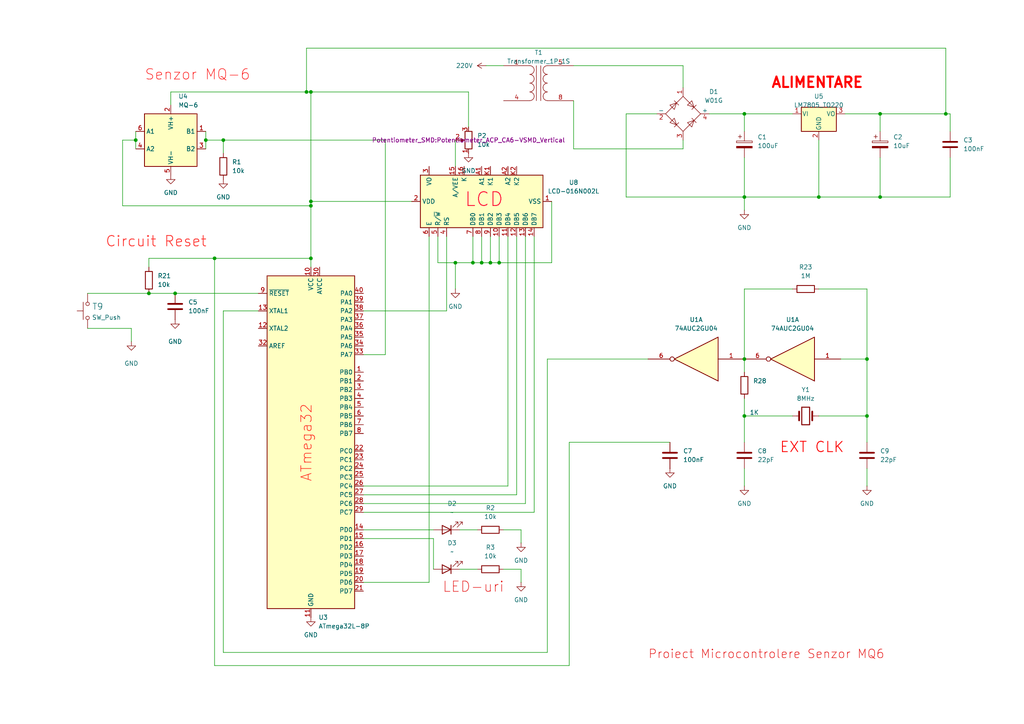
<source format=kicad_sch>
(kicad_sch (version 20231120) (generator "eeschema") (generator_version "8.0")
  (paper "A4")
  (lib_symbols
    (symbol "74xGxx:74AUC2GU04"
      (property "Reference" "U" (at -2.54 3.81 0))
      (property "Value" "74AUC2GU04" (at 0 -3.81 0))
      (symbol "74AUC2GU04_1_1"
        (polyline (pts (xy -7.62 6.35) (xy -7.62 -6.35) (xy 5.08 0) (xy -7.62 6.35)) (stroke (width 0.254)) (fill (type background)))
        (pin input line (at -15.24 0 0) (length 7.62) (name "~") (number "1"))
        (pin output inverted (at 12.7 0 180) (length 7.62) (name "~") (number "6"))
      )
      (symbol "74AUC2GU04_2_1"
        (polyline (pts (xy -7.62 6.35) (xy -7.62 -6.35) (xy 5.08 0) (xy -7.62 6.35)) (stroke (width 0.254)) (fill (type background)))
        (pin input line (at -15.24 0 0) (length 7.62) (name "~") (number "3"))
        (pin output inverted (at 12.7 0 180) (length 7.62) (name "~") (number "4"))
      )
      (symbol "74AUC2GU04_3_0"
        (rectangle (start -5.08 -5.08) (end 5.08 5.08) (stroke (width 0.254)) (fill (type background)))
      )
      (symbol "74AUC2GU04_3_1"
        (pin power_in line (at 0 -10.16 90) (length 5.08) (name "GND") (number "2"))
        (pin power_in line (at 0 10.16 270) (length 5.08) (name "VCC") (number "5"))
      )
    )
    (symbol "Device:C" (pin_numbers hide) (pin_names (offset 0.254))
      (property "Reference" "C" (at 0.635 2.54 0))
      (property "Value" "C" (at 0.635 -2.54 0))
      (symbol "C_0_1"
        (polyline (pts (xy -2.032 -0.762) (xy 2.032 -0.762)) (stroke (width 0.508)))
        (polyline (pts (xy -2.032 0.762) (xy 2.032 0.762)) (stroke (width 0.508)))
      )
      (symbol "C_1_1"
        (pin passive line (at 0 3.81 270) (length 2.794) (name "~") (number "1"))
        (pin passive line (at 0 -3.81 90) (length 2.794) (name "~") (number "2"))
      )
    )
    (symbol "Device:C_Polarized" (pin_numbers hide) (pin_names (offset 0.254))
      (property "Reference" "C" (at 0.635 2.54 0))
      (property "Value" "C_Polarized" (at 0.635 -2.54 0))
      (symbol "C_Polarized_0_1"
        (rectangle (start -2.286 0.508) (end 2.286 1.016))
        (polyline (pts (xy -1.778 2.286) (xy -0.762 2.286)))
        (polyline (pts (xy -1.27 2.794) (xy -1.27 1.778)))
        (rectangle (start 2.286 -0.508) (end -2.286 -1.016) (fill (type outline)))
      )
      (symbol "C_Polarized_1_1"
        (pin passive line (at 0 3.81 270) (length 2.794) (name "~") (number "1"))
        (pin passive line (at 0 -3.81 90) (length 2.794) (name "~") (number "2"))
      )
    )
    (symbol "Device:Crystal" (pin_numbers hide) (pin_names (offset 1.016) hide)
      (property "Reference" "Y" (at 0 3.81 0))
      (property "Value" "Crystal" (at 0 -3.81 0))
      (symbol "Crystal_0_1"
        (rectangle (start -1.143 2.54) (end 1.143 -2.54) (stroke (width 0.3048)))
        (polyline (pts (xy -2.54 0) (xy -1.905 0)))
        (polyline (pts (xy -1.905 -1.27) (xy -1.905 1.27)) (stroke (width 0.508)))
        (polyline (pts (xy 1.905 -1.27) (xy 1.905 1.27)) (stroke (width 0.508)))
        (polyline (pts (xy 2.54 0) (xy 1.905 0)))
      )
      (symbol "Crystal_1_1"
        (pin passive line (at -3.81 0 0) (length 1.27) (name "1") (number "1"))
        (pin passive line (at 3.81 0 180) (length 1.27) (name "2") (number "2"))
      )
    )
    (symbol "Device:LED" (pin_numbers hide) (pin_names (offset 1.016) hide)
      (property "Reference" "D" (at 0 2.54 0))
      (property "Value" "LED" (at 0 -2.54 0))
      (symbol "LED_0_1"
        (polyline (pts (xy -1.27 -1.27) (xy -1.27 1.27)) (stroke (width 0.254)))
        (polyline (pts (xy -1.27 0) (xy 1.27 0)))
        (polyline (pts (xy 1.27 -1.27) (xy 1.27 1.27) (xy -1.27 0) (xy 1.27 -1.27)) (stroke (width 0.254)))
        (polyline (pts (xy -3.048 -0.762) (xy -4.572 -2.286) (xy -3.81 -2.286) (xy -4.572 -2.286) (xy -4.572 -1.524)))
        (polyline (pts (xy -1.778 -0.762) (xy -3.302 -2.286) (xy -2.54 -2.286) (xy -3.302 -2.286) (xy -3.302 -1.524)))
      )
      (symbol "LED_1_1"
        (pin passive line (at -3.81 0 0) (length 2.54) (name "K") (number "1"))
        (pin passive line (at 3.81 0 180) (length 2.54) (name "A") (number "2"))
      )
    )
    (symbol "Device:R" (pin_numbers hide) (pin_names (offset 0))
      (property "Reference" "R" (at 2.032 0 90))
      (property "Value" "R" (at 0 0 90))
      (symbol "R_0_1"
        (rectangle (start -1.016 -2.54) (end 1.016 2.54) (stroke (width 0.254)))
      )
      (symbol "R_1_1"
        (pin passive line (at 0 3.81 270) (length 1.27) (name "~") (number "1"))
        (pin passive line (at 0 -3.81 90) (length 1.27) (name "~") (number "2"))
      )
    )
    (symbol "Device:R_Potentiometer" (pin_names (offset 1.016) hide)
      (property "Reference" "RV" (at -4.445 0 90))
      (property "Value" "R_Potentiometer" (at -2.54 0 90))
      (symbol "R_Potentiometer_0_1"
        (polyline (pts (xy 2.54 0) (xy 1.524 0)))
        (polyline (pts (xy 1.143 0) (xy 2.286 0.508) (xy 2.286 -0.508) (xy 1.143 0)) (fill (type outline)))
        (rectangle (start 1.016 2.54) (end -1.016 -2.54) (stroke (width 0.254)))
      )
      (symbol "R_Potentiometer_1_1"
        (pin passive line (at 0 3.81 270) (length 1.27) (name "1") (number "1"))
        (pin passive line (at 3.81 0 180) (length 1.27) (name "2") (number "2"))
        (pin passive line (at 0 -3.81 90) (length 1.27) (name "3") (number "3"))
      )
    )
    (symbol "Device:Transformer_1P_1S" (pin_names (offset 1.016) hide)
      (property "Reference" "T1" (at 0.0127 8.89 0))
      (property "Value" "Transformer_1P_1S" (at 0.0127 6.35 0))
      (symbol "Transformer_1P_1S_0_1"
        (arc (start -2.54 -5.0546) (mid -1.6599 -4.6901) (end -1.27 -3.81))
        (arc (start -2.54 -2.5146) (mid -1.6599 -2.1501) (end -1.27 -1.27))
        (arc (start -2.54 0.0254) (mid -1.6599 0.3899) (end -1.27 1.27))
        (arc (start -2.54 2.5654) (mid -1.6599 2.9299) (end -1.27 3.81))
        (arc (start -1.27 -3.81) (mid -1.642 -2.912) (end -2.54 -2.54))
        (arc (start -1.27 -1.27) (mid -1.642 -0.372) (end -2.54 0))
        (arc (start -1.27 1.27) (mid -1.642 2.168) (end -2.54 2.54))
        (arc (start -1.27 3.81) (mid -1.642 4.708) (end -2.54 5.08))
        (polyline (pts (xy -0.635 5.08) (xy -0.635 -5.08)))
        (polyline (pts (xy 0.635 -5.08) (xy 0.635 5.08)))
        (arc (start 1.2954 -1.27) (mid 1.6599 -2.1501) (end 2.54 -2.5146))
        (arc (start 1.2954 1.27) (mid 1.6599 0.3899) (end 2.54 0.0254))
        (arc (start 1.2954 3.81) (mid 1.6599 2.9299) (end 2.54 2.5654))
        (arc (start 1.3208 -3.81) (mid 1.6853 -4.6901) (end 2.5654 -5.0546))
        (arc (start 2.54 0) (mid 1.642 -0.372) (end 1.2954 -1.27))
        (arc (start 2.54 2.54) (mid 1.642 2.168) (end 1.2954 1.27))
        (arc (start 2.54 5.08) (mid 1.642 4.708) (end 1.2954 3.81))
        (arc (start 2.5654 -2.54) (mid 1.6674 -2.912) (end 1.3208 -3.81))
      )
      (symbol "Transformer_1P_1S_1_1"
        (pin passive line (at -10.16 5.08 0) (length 7.62) (name "AA") (number "1"))
        (pin passive line (at -10.16 -5.08 0) (length 7.62) (name "AB") (number "4"))
        (pin passive line (at 10.16 5.08 180) (length 7.62) (name "SB") (number "5"))
        (pin passive line (at 10.16 -5.08 180) (length 7.62) (name "SA") (number "8"))
      )
    )
    (symbol "Diode_Bridge:W01G" (pin_names (offset 0))
      (property "Reference" "D1" (at 4.9532 -8.89 90))
      (property "Value" "W01G" (at 2.4132 -8.89 90))
      (symbol "W01G_0_1"
        (polyline (pts (xy -20.32 22.86) (xy -19.05 21.59)))
        (polyline (pts (xy -19.05 16.51) (xy -20.32 15.24)))
        (polyline (pts (xy -15.24 17.78) (xy -13.97 16.51)))
        (polyline (pts (xy -15.24 20.32) (xy -13.97 21.59)))
        (polyline (pts (xy -21.59 21.59) (xy -20.32 20.32) (xy -19.685 22.225) (xy -21.59 21.59)))
        (polyline (pts (xy -20.32 17.78) (xy -21.59 16.51) (xy -19.685 15.875) (xy -20.32 17.78)))
        (polyline (pts (xy -16.51 21.59) (xy -15.24 22.86) (xy -14.605 20.955) (xy -16.51 21.59)))
        (polyline (pts (xy -14.605 17.145) (xy -16.51 16.51) (xy -15.24 15.24) (xy -14.605 17.145)))
        (polyline (pts (xy -22.86 19.05) (xy -17.78 13.97) (xy -12.7 19.05) (xy -17.78 24.13) (xy -22.86 19.05)))
      )
      (symbol "W01G_1_1"
        (pin passive line (at -17.78 26.67 270) (length 2.54) (name "~") (number "1"))
        (pin passive line (at -25.4 19.05 0) (length 2.54) (name "-") (number "2"))
        (pin passive line (at -17.78 11.43 90) (length 2.54) (name "~") (number "3"))
        (pin passive line (at -10.16 19.05 180) (length 2.54) (name "+") (number "4"))
      )
    )
    (symbol "Display_Character:LCD-016N002L"
      (property "Reference" "U" (at -6.35 18.796 0))
      (property "Value" "LCD-016N002L" (at 8.636 18.796 0))
      (symbol "LCD-016N002L_1_1"
        (rectangle (start -7.62 17.78) (end 7.62 -17.78) (stroke (width 0.254)) (fill (type background)))
        (pin power_in line (at 0 -20.32 90) (length 2.54) (name "VSS") (number "1"))
        (pin bidirectional line (at -10.16 -5.08 0) (length 2.54) (name "DB3") (number "10"))
        (pin bidirectional line (at -10.16 -7.62 0) (length 2.54) (name "DB4") (number "11"))
        (pin bidirectional line (at -10.16 -10.16 0) (length 2.54) (name "DB5") (number "12"))
        (pin bidirectional line (at -10.16 -12.7 0) (length 2.54) (name "DB6") (number "13"))
        (pin bidirectional line (at -10.16 -15.24 0) (length 2.54) (name "DB7") (number "14"))
        (pin power_in line (at 10.16 7.62 180) (length 2.54) (name "A/VEE") (number "15"))
        (pin power_in line (at 10.16 5.08 180) (length 2.54) (name "K") (number "16"))
        (pin power_in line (at 0 20.32 270) (length 2.54) (name "VDD") (number "2"))
        (pin input line (at 10.16 15.24 180) (length 2.54) (name "VO") (number "3"))
        (pin input line (at -10.16 10.16 0) (length 2.54) (name "RS") (number "4"))
        (pin input line (at -10.16 12.7 0) (length 2.54) (name "R/~{W}") (number "5"))
        (pin input line (at -10.16 15.24 0) (length 2.54) (name "E") (number "6"))
        (pin bidirectional line (at -10.16 2.54 0) (length 2.54) (name "DB0") (number "7"))
        (pin bidirectional line (at -10.16 0 0) (length 2.54) (name "DB1") (number "8"))
        (pin bidirectional line (at -10.16 -2.54 0) (length 2.54) (name "DB2") (number "9"))
        (pin power_in line (at 10.16 0 180) (length 2.54) (name "A1") (number "A1"))
        (pin power_in line (at 10.16 -7.62 180) (length 2.54) (name "A2") (number "A2"))
        (pin power_in line (at 10.16 -2.54 180) (length 2.54) (name "K1") (number "K1"))
        (pin power_in line (at 10.16 -10.16 180) (length 2.54) (name "K2") (number "K2"))
      )
    )
    (symbol "MCU_Microchip_ATmega:ATmega32L-8P"
      (property "Reference" "U" (at -12.7 49.53 0))
      (property "Value" "ATmega32L-8P" (at 2.54 -49.53 0))
      (symbol "ATmega32L-8P_0_1"
        (rectangle (start -12.7 -48.26) (end 12.7 48.26) (stroke (width 0.254)) (fill (type background)))
      )
      (symbol "ATmega32L-8P_1_1"
        (pin bidirectional line (at 15.24 20.32 180) (length 2.54) (name "PB0") (number "1"))
        (pin power_in line (at 0 50.8 270) (length 2.54) (name "VCC") (number "10"))
        (pin power_in line (at 0 -50.8 90) (length 2.54) (name "GND") (number "11"))
        (pin output line (at -15.24 33.02 0) (length 2.54) (name "XTAL2") (number "12"))
        (pin input line (at -15.24 38.1 0) (length 2.54) (name "XTAL1") (number "13"))
        (pin bidirectional line (at 15.24 -25.4 180) (length 2.54) (name "PD0") (number "14"))
        (pin bidirectional line (at 15.24 -27.94 180) (length 2.54) (name "PD1") (number "15"))
        (pin bidirectional line (at 15.24 -30.48 180) (length 2.54) (name "PD2") (number "16"))
        (pin bidirectional line (at 15.24 -33.02 180) (length 2.54) (name "PD3") (number "17"))
        (pin bidirectional line (at 15.24 -35.56 180) (length 2.54) (name "PD4") (number "18"))
        (pin bidirectional line (at 15.24 -38.1 180) (length 2.54) (name "PD5") (number "19"))
        (pin bidirectional line (at 15.24 17.78 180) (length 2.54) (name "PB1") (number "2"))
        (pin bidirectional line (at 15.24 -40.64 180) (length 2.54) (name "PD6") (number "20"))
        (pin bidirectional line (at 15.24 -43.18 180) (length 2.54) (name "PD7") (number "21"))
        (pin bidirectional line (at 15.24 -2.54 180) (length 2.54) (name "PC0") (number "22"))
        (pin bidirectional line (at 15.24 -5.08 180) (length 2.54) (name "PC1") (number "23"))
        (pin bidirectional line (at 15.24 -7.62 180) (length 2.54) (name "PC2") (number "24"))
        (pin bidirectional line (at 15.24 -10.16 180) (length 2.54) (name "PC3") (number "25"))
        (pin bidirectional line (at 15.24 -12.7 180) (length 2.54) (name "PC4") (number "26"))
        (pin bidirectional line (at 15.24 -15.24 180) (length 2.54) (name "PC5") (number "27"))
        (pin bidirectional line (at 15.24 -17.78 180) (length 2.54) (name "PC6") (number "28"))
        (pin bidirectional line (at 15.24 -20.32 180) (length 2.54) (name "PC7") (number "29"))
        (pin bidirectional line (at 15.24 15.24 180) (length 2.54) (name "PB2") (number "3"))
        (pin power_in line (at 2.54 50.8 270) (length 2.54) (name "AVCC") (number "30"))
        (pin passive line (at 0 -50.8 90) (length 2.54) hide (name "GND") (number "31"))
        (pin passive line (at -15.24 27.94 0) (length 2.54) (name "AREF") (number "32"))
        (pin bidirectional line (at 15.24 25.4 180) (length 2.54) (name "PA7") (number "33"))
        (pin bidirectional line (at 15.24 27.94 180) (length 2.54) (name "PA6") (number "34"))
        (pin bidirectional line (at 15.24 30.48 180) (length 2.54) (name "PA5") (number "35"))
        (pin bidirectional line (at 15.24 33.02 180) (length 2.54) (name "PA4") (number "36"))
        (pin bidirectional line (at 15.24 35.56 180) (length 2.54) (name "PA3") (number "37"))
        (pin bidirectional line (at 15.24 38.1 180) (length 2.54) (name "PA2") (number "38"))
        (pin bidirectional line (at 15.24 40.64 180) (length 2.54) (name "PA1") (number "39"))
        (pin bidirectional line (at 15.24 12.7 180) (length 2.54) (name "PB3") (number "4"))
        (pin bidirectional line (at 15.24 43.18 180) (length 2.54) (name "PA0") (number "40"))
        (pin bidirectional line (at 15.24 10.16 180) (length 2.54) (name "PB4") (number "5"))
        (pin bidirectional line (at 15.24 7.62 180) (length 2.54) (name "PB5") (number "6"))
        (pin bidirectional line (at 15.24 5.08 180) (length 2.54) (name "PB6") (number "7"))
        (pin bidirectional line (at 15.24 2.54 180) (length 2.54) (name "PB7") (number "8"))
        (pin input line (at -15.24 43.18 0) (length 2.54) (name "~{RESET}") (number "9"))
      )
    )
    (symbol "Regulator_Linear:LM7805_TO220" (pin_names (offset 0.254))
      (property "Reference" "U" (at -3.81 3.175 0))
      (property "Value" "LM7805_TO220" (at 0 3.175 0))
      (symbol "LM7805_TO220_0_1"
        (rectangle (start -5.08 1.905) (end 5.08 -5.08) (stroke (width 0.254)) (fill (type background)))
      )
      (symbol "LM7805_TO220_1_1"
        (pin power_in line (at -7.62 0 0) (length 2.54) (name "VI") (number "1"))
        (pin power_in line (at 0 -7.62 90) (length 2.54) (name "GND") (number "2"))
        (pin power_out line (at 7.62 0 180) (length 2.54) (name "VO") (number "3"))
      )
    )
    (symbol "Sensor_Gas:MQ-6"
      (property "Reference" "U" (at -6.35 8.89 0))
      (property "Value" "MQ-6" (at 3.81 8.89 0))
      (symbol "MQ-6_0_1"
        (rectangle (start -7.62 7.62) (end 7.62 -7.62) (stroke (width 0.254)) (fill (type background)))
      )
      (symbol "MQ-6_1_1"
        (pin passive line (at 10.16 2.54 180) (length 2.54) (name "B1") (number "1"))
        (pin power_in line (at 0 10.16 270) (length 2.54) (name "VH+") (number "2"))
        (pin passive line (at 10.16 -2.54 180) (length 2.54) (name "B2") (number "3"))
        (pin passive line (at -10.16 -2.54 0) (length 2.54) (name "A2") (number "4"))
        (pin power_in line (at 0 -10.16 90) (length 2.54) (name "VH-") (number "5"))
        (pin passive line (at -10.16 2.54 0) (length 2.54) (name "A1") (number "6"))
      )
    )
    (symbol "Switch:SW_Push" (pin_numbers hide) (pin_names (offset 1.016) hide)
      (property "Reference" "SW" (at 1.27 2.54 0))
      (property "Value" "SW_Push" (at 0 -1.524 0))
      (symbol "SW_Push_0_1"
        (circle (center -2.032 0) (radius 0.508))
        (polyline (pts (xy 0 1.27) (xy 0 3.048)))
        (polyline (pts (xy 2.54 1.27) (xy -2.54 1.27)))
        (circle (center 2.032 0) (radius 0.508))
        (pin passive line (at -5.08 0 0) (length 2.54) (name "1") (number "1"))
        (pin passive line (at 5.08 0 180) (length 2.54) (name "2") (number "2"))
      )
    )
    (symbol "power:GND" (power) (pin_numbers hide) (pin_names (offset 0) hide)
      (property "Value" "GND" (at 0 -3.81 0))
      (symbol "GND_0_1"
        (polyline (pts (xy 0 0) (xy 0 -1.27) (xy 1.27 -1.27) (xy 0 -2.54) (xy -1.27 -1.27) (xy 0 -1.27)))
      )
      (symbol "GND_1_1"
        (pin power_in line (at 0 0 270) (length 0) (name "~") (number "1"))
      )
    )
    (symbol "power:VCC" (power) (pin_numbers hide) (pin_names (offset 0) hide)
      (property "Value" "VCC" (at 0 3.556 0))
      (symbol "VCC_0_1"
        (polyline (pts (xy -0.762 1.27) (xy 0 2.54)))
        (polyline (pts (xy 0 0) (xy 0 2.54)))
        (polyline (pts (xy 0 2.54) (xy 0.762 1.27)))
      )
      (symbol "VCC_1_1"
        (pin power_in line (at 0 0 90) (length 0) (name "~") (number "1"))
      )
    )
  )
  (junction (at 90.17 59.69))
  (junction (at 251.46 104.14))
  (junction (at 215.9 104.14))
  (junction (at 144.78 76.2))
  (junction (at 215.9 120.65))
  (junction (at 59.69 40.64))
  (junction (at 50.8 85.09))
  (junction (at 255.27 57.15))
  (junction (at 139.7 76.2))
  (junction (at 43.18 85.09))
  (junction (at 255.27 33.02))
  (junction (at 90.17 26.67))
  (junction (at 62.23 74.93))
  (junction (at 88.9 26.67))
  (junction (at 90.17 58.42))
  (junction (at 237.49 57.15))
  (junction (at 274.32 33.02))
  (junction (at 137.16 76.2))
  (junction (at 142.24 76.2))
  (junction (at 215.9 33.02))
  (junction (at 90.17 74.93))
  (junction (at 39.37 40.64))
  (junction (at 215.9 57.15))
  (junction (at 132.08 76.2))
  (junction (at 64.77 40.64))
  (junction (at 251.46 120.65))
  (wire (pts (xy 149.86 143.51) (xy 105.41 143.51)))
  (wire (pts (xy 43.18 74.93) (xy 43.18 77.47)))
  (wire (pts (xy 142.24 76.2) (xy 144.78 76.2)))
  (wire (pts (xy 198.12 25.4) (xy 198.12 19.05)))
  (wire (pts (xy 39.37 40.64) (xy 35.56 40.64)))
  (wire (pts (xy 35.56 59.69) (xy 90.17 59.69)))
  (wire (pts (xy 140.97 19.05) (xy 146.05 19.05)))
  (wire (pts (xy 215.9 104.14) (xy 215.9 83.82)))
  (wire (pts (xy 90.17 26.67) (xy 90.17 58.42)))
  (wire (pts (xy 147.32 68.58) (xy 147.32 140.97)))
  (wire (pts (xy 135.89 26.67) (xy 135.89 36.83)))
  (wire (pts (xy 149.86 68.58) (xy 149.86 143.51)))
  (wire (pts (xy 215.9 33.02) (xy 215.9 38.1)))
  (wire (pts (xy 165.1 128.27) (xy 165.1 193.04)))
  (wire (pts (xy 275.59 57.15) (xy 255.27 57.15)))
  (wire (pts (xy 237.49 83.82) (xy 251.46 83.82)))
  (wire (pts (xy 90.17 74.93) (xy 90.17 77.47)))
  (wire (pts (xy 137.16 68.58) (xy 137.16 76.2)))
  (wire (pts (xy 251.46 104.14) (xy 251.46 120.65)))
  (wire (pts (xy 165.1 193.04) (xy 62.23 193.04)))
  (wire (pts (xy 137.16 76.2) (xy 139.7 76.2)))
  (wire (pts (xy 35.56 40.64) (xy 35.56 59.69)))
  (wire (pts (xy 158.75 189.23) (xy 158.75 104.14)))
  (wire (pts (xy 274.32 33.02) (xy 275.59 33.02)))
  (wire (pts (xy 90.17 58.42) (xy 90.17 59.69)))
  (wire (pts (xy 124.46 68.58) (xy 124.46 168.91)))
  (wire (pts (xy 135.89 26.67) (xy 90.17 26.67)))
  (wire (pts (xy 215.9 135.89) (xy 215.9 140.97)))
  (wire (pts (xy 39.37 38.1) (xy 39.37 40.64)))
  (wire (pts (xy 62.23 74.93) (xy 90.17 74.93)))
  (wire (pts (xy 43.18 85.09) (xy 50.8 85.09)))
  (wire (pts (xy 215.9 120.65) (xy 215.9 128.27)))
  (wire (pts (xy 198.12 19.05) (xy 166.37 19.05)))
  (wire (pts (xy 255.27 45.72) (xy 255.27 57.15)))
  (wire (pts (xy 181.61 33.02) (xy 181.61 57.15)))
  (wire (pts (xy 251.46 83.82) (xy 251.46 104.14)))
  (wire (pts (xy 132.08 76.2) (xy 137.16 76.2)))
  (wire (pts (xy 127 68.58) (xy 127 76.2)))
  (wire (pts (xy 133.35 153.67) (xy 138.43 153.67)))
  (wire (pts (xy 88.9 26.67) (xy 88.9 13.97)))
  (wire (pts (xy 90.17 26.67) (xy 88.9 26.67)))
  (wire (pts (xy 245.11 33.02) (xy 255.27 33.02)))
  (wire (pts (xy 111.76 102.87) (xy 105.41 102.87)))
  (wire (pts (xy 90.17 59.69) (xy 90.17 74.93)))
  (wire (pts (xy 142.24 68.58) (xy 142.24 76.2)))
  (wire (pts (xy 275.59 45.72) (xy 275.59 57.15)))
  (wire (pts (xy 43.18 74.93) (xy 62.23 74.93)))
  (wire (pts (xy 146.05 153.67) (xy 151.13 153.67)))
  (wire (pts (xy 255.27 57.15) (xy 237.49 57.15)))
  (wire (pts (xy 129.54 90.17) (xy 105.41 90.17)))
  (wire (pts (xy 59.69 40.64) (xy 64.77 40.64)))
  (wire (pts (xy 152.4 68.58) (xy 152.4 146.05)))
  (wire (pts (xy 147.32 140.97) (xy 105.41 140.97)))
  (wire (pts (xy 38.1 95.25) (xy 38.1 99.06)))
  (wire (pts (xy 111.76 40.64) (xy 111.76 102.87)))
  (wire (pts (xy 139.7 68.58) (xy 139.7 76.2)))
  (wire (pts (xy 215.9 120.65) (xy 229.87 120.65)))
  (wire (pts (xy 144.78 76.2) (xy 160.02 76.2)))
  (wire (pts (xy 125.73 156.21) (xy 125.73 165.1)))
  (wire (pts (xy 151.13 153.67) (xy 151.13 157.48)))
  (wire (pts (xy 90.17 58.42) (xy 119.38 58.42)))
  (wire (pts (xy 144.78 68.58) (xy 144.78 76.2)))
  (wire (pts (xy 215.9 107.95) (xy 215.9 104.14)))
  (wire (pts (xy 59.69 38.1) (xy 59.69 40.64)))
  (wire (pts (xy 64.77 90.17) (xy 74.93 90.17)))
  (wire (pts (xy 237.49 120.65) (xy 251.46 120.65)))
  (wire (pts (xy 154.94 68.58) (xy 154.94 148.59)))
  (wire (pts (xy 133.35 165.1) (xy 138.43 165.1)))
  (wire (pts (xy 64.77 40.64) (xy 64.77 44.45)))
  (wire (pts (xy 105.41 156.21) (xy 125.73 156.21)))
  (wire (pts (xy 198.12 40.64) (xy 198.12 43.18)))
  (wire (pts (xy 215.9 57.15) (xy 237.49 57.15)))
  (wire (pts (xy 64.77 189.23) (xy 64.77 90.17)))
  (wire (pts (xy 64.77 40.64) (xy 111.76 40.64)))
  (wire (pts (xy 275.59 33.02) (xy 275.59 38.1)))
  (wire (pts (xy 151.13 165.1) (xy 151.13 168.91)))
  (wire (pts (xy 129.54 68.58) (xy 129.54 90.17)))
  (wire (pts (xy 255.27 33.02) (xy 274.32 33.02)))
  (wire (pts (xy 255.27 33.02) (xy 255.27 38.1)))
  (wire (pts (xy 25.4 95.25) (xy 38.1 95.25)))
  (wire (pts (xy 139.7 76.2) (xy 142.24 76.2)))
  (wire (pts (xy 105.41 148.59) (xy 154.94 148.59)))
  (wire (pts (xy 50.8 85.09) (xy 74.93 85.09)))
  (wire (pts (xy 215.9 60.96) (xy 215.9 57.15)))
  (wire (pts (xy 105.41 153.67) (xy 125.73 153.67)))
  (wire (pts (xy 215.9 45.72) (xy 215.9 57.15)))
  (wire (pts (xy 198.12 43.18) (xy 166.37 43.18)))
  (wire (pts (xy 190.5 33.02) (xy 181.61 33.02)))
  (wire (pts (xy 251.46 135.89) (xy 251.46 140.97)))
  (wire (pts (xy 215.9 33.02) (xy 229.87 33.02)))
  (wire (pts (xy 243.84 104.14) (xy 251.46 104.14)))
  (wire (pts (xy 274.32 13.97) (xy 274.32 33.02)))
  (wire (pts (xy 251.46 120.65) (xy 251.46 128.27)))
  (wire (pts (xy 181.61 57.15) (xy 215.9 57.15)))
  (wire (pts (xy 152.4 146.05) (xy 105.41 146.05)))
  (wire (pts (xy 158.75 104.14) (xy 187.96 104.14)))
  (wire (pts (xy 194.31 128.27) (xy 165.1 128.27)))
  (wire (pts (xy 158.75 189.23) (xy 64.77 189.23)))
  (wire (pts (xy 237.49 40.64) (xy 237.49 57.15)))
  (wire (pts (xy 215.9 115.57) (xy 215.9 120.65)))
  (wire (pts (xy 59.69 40.64) (xy 59.69 43.18)))
  (wire (pts (xy 25.4 85.09) (xy 43.18 85.09)))
  (wire (pts (xy 88.9 26.67) (xy 49.53 26.67)))
  (wire (pts (xy 62.23 193.04) (xy 62.23 74.93)))
  (wire (pts (xy 132.08 40.64) (xy 132.08 48.26)))
  (wire (pts (xy 127 76.2) (xy 132.08 76.2)))
  (wire (pts (xy 124.46 168.91) (xy 105.41 168.91)))
  (wire (pts (xy 205.74 33.02) (xy 215.9 33.02)))
  (wire (pts (xy 39.37 40.64) (xy 39.37 43.18)))
  (wire (pts (xy 88.9 13.97) (xy 274.32 13.97)))
  (wire (pts (xy 160.02 58.42) (xy 160.02 76.2)))
  (wire (pts (xy 215.9 83.82) (xy 229.87 83.82)))
  (wire (pts (xy 166.37 43.18) (xy 166.37 29.21)))
  (wire (pts (xy 49.53 26.67) (xy 49.53 30.48)))
  (wire (pts (xy 132.08 83.82) (xy 132.08 76.2)))
  (wire (pts (xy 146.05 165.1) (xy 151.13 165.1)))
  (label "ATmega32" (at 91.44 139.7 90) (effects (font (size 3 3))))
  (label "Senzor MQ-6" (at 41.91 24.13 0) (effects (font (size 3 3))))
  (label "Proiect Microcontrolere Senzor MQ6" (at 187.96 191.77 0) (effects (font (size 2.5 2.5))))
  (label "ALIMENTARE " (at 223.52 26.67 0) (effects (font (size 3 3) (thickness 0.6) (bold yes))))
  (label "LCD" (at 134.62 60.96 0) (effects (font (size 4 4) (thickness 0.254) (bold yes))))
  (label "Circuit Reset" (at 30.48 72.39 0) (effects (font (size 3 3) (thickness 0.254) (bold yes))))
  (label "EXT CLK" (at 226.06 132.08 0) (effects (font (size 3 3) (thickness 0.254) (bold yes))))
  (label "LED-uri" (at 128.27 172.72 0) (effects (font (size 3 3))))
  (symbol (lib_id "power:GND") (at 50.8 92.71 0) (unit 1)
    (property "Reference" "#PWR012" (effects (hide yes)))
    (property "Value" "GND" (at 50.8 99.06 0))
    (property "Description" "Power symbol creates a global label with name \"GND\" , ground" (effects (hide yes)))
  )
  (symbol (lib_id "power:GND") (at 90.17 179.07 0) (unit 1)
    (property "Reference" "#PWR03" (effects (hide yes)))
    (property "Value" "GND" (at 90.17 184.15 0))
    (property "Description" "Power symbol creates a global label with name \"GND\" , ground" (effects (hide yes)))
  )
  (symbol (lib_id "power:GND") (at 38.1 99.06 0) (unit 1)
    (property "Reference" "#PWR011" (effects (hide yes)))
    (property "Value" "GND" (at 38.1 105.41 0))
    (property "Description" "Power symbol creates a global label with name \"GND\" , ground" (effects (hide yes)))
  )
  (symbol (lib_id "power:GND") (at 132.08 83.82 0) (unit 1)
    (property "Reference" "#PWR018" (effects (hide yes)))
    (property "Value" "GND" (at 132.08 88.9 0))
    (property "Description" "Power symbol creates a global label with name \"GND\" , ground" (effects (hide yes)))
  )
  (symbol (lib_id "MCU_Microchip_ATmega:ATmega32L-8P") (at 90.17 128.27 0) (unit 1)
    (property "Reference" "U3" (at 92.3641 179.07 0) (effects (justify left)))
    (property "Value" "ATmega32L-8P" (at 92.3641 181.61 0) (effects (justify left)))
    (property "Footprint" "Package_DIP:DIP-40_W15.24mm" (effects (hide yes)))
    (property "Datasheet" "http://ww1.microchip.com/downloads/en/DeviceDoc/doc2503.pdf" (effects (hide yes)))
    (property "Description" "8MHz, 32kB Flash, 2kB SRAM, 1kB EEPROM, JTAG, DIP-40" (effects (hide yes)))
  )
  (symbol (lib_id "Device:R") (at 43.18 81.28 0) (unit 1)
    (property "Reference" "R21" (at 45.72 80.0099 0) (effects (justify left)))
    (property "Value" "10k" (at 45.72 82.5499 0) (effects (justify left)))
    (property "Footprint" "Resistor_SMD:R_0201_0603Metric" (effects (hide yes)))
    (property "Description" "Resistor" (effects (hide yes)))
  )
  (symbol (lib_id "Regulator_Linear:LM7805_TO220") (at 237.49 33.02 0) (unit 1)
    (property "Reference" "U5" (at 237.49 27.94 0))
    (property "Value" "LM7805_TO220" (at 237.49 30.48 0))
    (property "Footprint" "Package_TO_SOT_THT:TO-220-3_Vertical" (effects (hide yes)))
    (property "Datasheet" "https://www.onsemi.cn/PowerSolutions/document/MC7800-D.PDF" (effects (hide yes)))
    (property "Description" "Positive 1A 35V Linear Regulator, Fixed Output 5V, TO-220" (effects (hide yes)))
  )
  (symbol (lib_id "power:GND") (at 135.89 44.45 0) (unit 1)
    (property "Reference" "#PWR017" (effects (hide yes)))
    (property "Value" "GND" (at 135.89 49.53 0))
    (property "Description" "Power symbol creates a global label with name \"GND\" , ground" (effects (hide yes)))
  )
  (symbol (lib_id "Device:Transformer_1P_1S") (at 156.21 24.13 0) (unit 1)
    (property "Reference" "T1" (at 156.2227 15.24 0))
    (property "Value" "Transformer_1P_1S" (at 156.2227 17.78 0))
    (property "Footprint" "Transformer_THT:Transformer_Zeming_ZMCT103C" (effects (hide yes)))
    (property "Description" "Transformer, single primary, single secondary" (effects (hide yes)))
  )
  (symbol (lib_id "Device:R") (at 142.24 153.67 270) (unit 1)
    (property "Reference" "R2" (at 142.24 147.32 90))
    (property "Value" "10k" (at 142.24 149.86 90))
    (property "Footprint" "Resistor_SMD:R_0201_0603Metric" (effects (hide yes)))
    (property "Description" "Resistor" (effects (hide yes)))
  )
  (symbol (lib_id "Sensor_Gas:MQ-6") (at 49.53 40.64 0) (unit 1)
    (property "Reference" "U4" (at 51.7241 27.94 0) (effects (justify left)))
    (property "Value" "MQ-6" (at 51.7241 30.48 0) (effects (justify left)))
    (property "Footprint" "Sensor:MQ-6" (effects (hide yes)))
    (property "Datasheet" "https://www.winsen-sensor.com/d/files/semiconductor/mq-6.pdf" (effects (hide yes)))
    (property "Description" "Semiconductor Sensor for Flammable Gas" (effects (hide yes)))
  )
  (symbol (lib_id "Device:C_Polarized") (at 255.27 41.91 0) (unit 1)
    (property "Reference" "C2" (at 259.08 39.7509 0) (effects (justify left)))
    (property "Value" "10uF" (at 259.08 42.2909 0) (effects (justify left)))
    (property "Footprint" "Capacitor_SMD:C_0201_0603Metric" (effects (hide yes)))
    (property "Description" "Polarized capacitor" (effects (hide yes)))
  )
  (symbol (lib_id "Device:C") (at 275.59 41.91 0) (unit 1)
    (property "Reference" "C3" (at 279.4 40.6399 0) (effects (justify left)))
    (property "Value" "100nF" (at 279.4 43.1799 0) (effects (justify left)))
    (property "Footprint" "Capacitor_SMD:C_0201_0603Metric" (effects (hide yes)))
    (property "Description" "Unpolarized capacitor" (effects (hide yes)))
  )
  (symbol (lib_id "power:GND") (at 251.46 140.97 0) (unit 1)
    (property "Reference" "#PWR08" (effects (hide yes)))
    (property "Value" "GND" (at 251.46 146.05 0))
    (property "Description" "Power symbol creates a global label with name \"GND\" , ground" (effects (hide yes)))
  )
  (symbol (lib_id "Device:C") (at 215.9 132.08 0) (unit 1)
    (property "Reference" "C8" (at 219.71 130.8099 0) (effects (justify left)))
    (property "Value" "22pF" (at 219.71 133.3499 0) (effects (justify left)))
    (property "Footprint" "Capacitor_SMD:C_0201_0603Metric" (effects (hide yes)))
    (property "Description" "Unpolarized capacitor" (effects (hide yes)))
  )
  (symbol (lib_id "Diode_Bridge:W01G") (at 215.9 52.07 0) (unit 1)
    (property "Reference" "D1" (at 207.01 26.5998 0))
    (property "Value" "W01G" (at 207.01 29.1398 0))
    (property "Footprint" "Diode_THT:Diode_Bridge_Round_D9.8mm" (effects (hide yes)))
    (property "Datasheet" "https://www.vishay.com/docs/88769/woo5g.pdf" (effects (hide yes)))
    (property "Description" "Glass Passivated Single-Phase Bridge Rectifier, 70V Vrms, 1.5A If, WOG package" (effects (hide yes)))
  )
  (symbol (lib_id "Device:R") (at 64.77 48.26 0) (unit 1)
    (property "Reference" "R1" (at 67.31 46.9899 0) (effects (justify left)))
    (property "Value" "10k" (at 67.31 49.5299 0) (effects (justify left)))
    (property "Footprint" "Resistor_SMD:R_0201_0603Metric" (effects (hide yes)))
    (property "Description" "Resistor" (effects (hide yes)))
  )
  (symbol (lib_id "power:GND") (at 215.9 60.96 0) (unit 1)
    (property "Reference" "#PWR01" (effects (hide yes)))
    (property "Value" "GND" (at 215.9 66.04 0))
    (property "Description" "Power symbol creates a global label with name \"GND\" , ground" (effects (hide yes)))
  )
  (symbol (lib_id "Display_Character:LCD-016N002L") (at 139.7 58.42 90) (unit 1)
    (property "Reference" "U8" (at 166.37 52.9238 90))
    (property "Value" "LCD-016N002L" (at 166.37 55.4638 90))
    (property "Footprint" "Display:LCD-016N002L" (effects (hide yes)))
    (property "Datasheet" "http://www.vishay.com/docs/37299/37299.pdf" (effects (hide yes)))
    (property "Description" "LCD 12x2, 8 bit parallel bus, 3V or 5V VDD" (effects (hide yes)))
  )
  (symbol (lib_id "Device:C") (at 251.46 132.08 0) (unit 1)
    (property "Reference" "C9" (at 255.27 130.8099 0) (effects (justify left)))
    (property "Value" "22pF" (at 255.27 133.3499 0) (effects (justify left)))
    (property "Footprint" "Capacitor_SMD:C_0201_0603Metric" (effects (hide yes)))
    (property "Description" "Unpolarized capacitor" (effects (hide yes)))
  )
  (symbol (lib_id "power:GND") (at 194.31 135.89 0) (unit 1)
    (property "Reference" "#PWR019" (effects (hide yes)))
    (property "Value" "GND" (at 194.31 140.97 0))
    (property "Description" "Power symbol creates a global label with name \"GND\" , ground" (effects (hide yes)))
  )
  (symbol (lib_id "power:GND") (at 151.13 157.48 0) (unit 1)
    (property "Reference" "#PWR02" (effects (hide yes)))
    (property "Value" "GND" (at 151.13 162.56 0))
    (property "Description" "Power symbol creates a global label with name \"GND\" , ground" (effects (hide yes)))
  )
  (symbol (lib_id "74xGxx:74AUC2GU04") (at 228.6 104.14 180) (unit 1)
    (property "Reference" "U1" (at 229.87 92.71 0))
    (property "Value" "74AUC2GU04" (at 229.87 95.25 0))
    (property "Footprint" "Package_DIP:DIP-8_W7.62mm" (effects (hide yes)))
    (property "Datasheet" "http://www.ti.com/lit/sg/scyt129e/scyt129e.pdf" (effects (hide yes)))
    (property "Description" "74AUC2G04, Dual NOT Gate, Low-Voltage CMOS" (effects (hide yes)))
  )
  (symbol (lib_id "Device:R_Potentiometer") (at 135.89 40.64 180) (unit 1)
    (property "Reference" "P2" (at 138.43 39.3699 0) (effects (justify right)))
    (property "Value" "10k" (at 138.43 41.9099 0) (effects (justify right)))
    (property "Footprint" "Potentiometer_SMD:Potentiometer_ACP_CA6-VSMD_Vertical" (at 135.89 40.64 0))
    (property "Description" "Potentiometer" (effects (hide yes)))
  )
  (symbol (lib_id "Device:C") (at 194.31 132.08 180) (unit 1)
    (property "Reference" "C7" (at 198.12 130.8099 0) (effects (justify right)))
    (property "Value" "100nF" (at 198.12 133.3499 0) (effects (justify right)))
    (property "Footprint" "Capacitor_SMD:C_0201_0603Metric" (effects (hide yes)))
    (property "Description" "Unpolarized capacitor" (effects (hide yes)))
  )
  (symbol (lib_id "power:GND") (at 49.53 50.8 0) (unit 1)
    (property "Reference" "#PWR05" (effects (hide yes)))
    (property "Value" "GND" (at 49.53 55.88 0))
    (property "Description" "Power symbol creates a global label with name \"GND\" , ground" (effects (hide yes)))
  )
  (symbol (lib_id "Device:R") (at 142.24 165.1 90) (unit 1)
    (property "Reference" "R3" (at 142.24 158.75 90))
    (property "Value" "10k" (at 142.24 161.29 90))
    (property "Footprint" "Resistor_SMD:R_0201_0603Metric" (effects (hide yes)))
    (property "Description" "Resistor" (effects (hide yes)))
  )
  (symbol (lib_id "Device:R") (at 215.9 111.76 0) (unit 1)
    (property "Reference" "R28" (at 218.44 110.4899 0) (effects (justify left)))
    (property "Value" "1K" (at 217.424 119.634 0) (effects (justify left)))
    (property "Footprint" "Resistor_SMD:R_0201_0603Metric" (effects (hide yes)))
    (property "Description" "Resistor" (effects (hide yes)))
  )
  (symbol (lib_id "Device:R") (at 233.68 83.82 90) (unit 1)
    (property "Reference" "R23" (at 233.68 77.47 90))
    (property "Value" "1M" (at 233.68 80.01 90))
    (property "Footprint" "Resistor_SMD:R_0201_0603Metric" (effects (hide yes)))
    (property "Description" "Resistor" (effects (hide yes)))
  )
  (symbol (lib_id "power:GND") (at 64.77 52.07 0) (unit 1)
    (property "Reference" "#PWR04" (effects (hide yes)))
    (property "Value" "GND" (at 64.77 57.15 0))
    (property "Description" "Power symbol creates a global label with name \"GND\" , ground" (effects (hide yes)))
  )
  (symbol (lib_id "Device:Crystal") (at 233.68 120.65 0) (unit 1)
    (property "Reference" "Y1" (at 233.68 113.03 0))
    (property "Value" "8MHz" (at 233.68 115.57 0))
    (property "Footprint" "Crystal:Crystal_HC35-U" (effects (hide yes)))
    (property "Description" "Two pin crystal" (effects (hide yes)))
  )
  (symbol (lib_id "74xGxx:74AUC2GU04") (at 200.66 104.14 180) (unit 1)
    (property "Reference" "U1" (at 201.93 92.71 0))
    (property "Value" "74AUC2GU04" (at 201.93 95.25 0))
    (property "Footprint" "Package_DIP:DIP-8_W7.62mm" (effects (hide yes)))
    (property "Datasheet" "http://www.ti.com/lit/sg/scyt129e/scyt129e.pdf" (effects (hide yes)))
    (property "Description" "74AUC2G04, Dual NOT Gate, Low-Voltage CMOS" (effects (hide yes)))
  )
  (symbol (lib_id "Device:C") (at 50.8 88.9 0) (unit 1)
    (property "Reference" "C5" (at 54.61 87.6299 0) (effects (justify left)))
    (property "Value" "100nF" (at 54.61 90.1699 0) (effects (justify left)))
    (property "Footprint" "Resistor_SMD:R_0201_0603Metric" (effects (hide yes)))
    (property "Description" "Unpolarized capacitor" (effects (hide yes)))
  )
  (symbol (lib_id "Switch:SW_Push") (at 25.4 90.17 90) (unit 1)
    (property "Reference" "T9" (at 26.67 88.8999 90) (effects (font (size 1.778 1.778)) (justify right)))
    (property "Value" "SW_Push" (at 26.67 92.0749 90) (effects (justify right)))
    (property "Footprint" "Button_Switch_THT:SW_Tactile_Straight_KSA0Axx1LFTR" (effects (hide yes)))
    (property "Description" "Push button switch, generic, two pins" (effects (hide yes)))
  )
  (symbol (lib_id "Device:C_Polarized") (at 215.9 41.91 0) (unit 1)
    (property "Reference" "C1" (at 219.71 39.7509 0) (effects (justify left)))
    (property "Value" "100uF" (at 219.71 42.2909 0) (effects (justify left)))
    (property "Footprint" "Capacitor_SMD:C_0201_0603Metric" (effects (hide yes)))
    (property "Description" "Polarized capacitor" (effects (hide yes)))
  )
  (symbol (lib_id "power:GND") (at 215.9 140.97 0) (unit 1)
    (property "Reference" "#PWR09" (effects (hide yes)))
    (property "Value" "GND" (at 215.9 146.05 0))
    (property "Description" "Power symbol creates a global label with name \"GND\" , ground" (effects (hide yes)))
  )
  (symbol (lib_id "Device:LED") (at 129.54 153.67 180) (unit 1)
    (property "Reference" "D2" (at 131.1275 146.05 0))
    (property "Value" "~" (at 131.1275 148.59 0))
    (property "Footprint" "LED_THT:LED_D1.8mm_W1.8mm_H2.4mm_Horizontal_O6.35mm_Z8.2mm" (effects (hide yes)))
    (property "Description" "Light emitting diode" (effects (hide yes)))
  )
  (symbol (lib_id "Device:LED") (at 129.54 165.1 180) (unit 1)
    (property "Reference" "D3" (at 131.1275 157.48 0))
    (property "Value" "~" (at 131.1275 160.02 0))
    (property "Footprint" "LED_THT:LED_D1.8mm_W1.8mm_H2.4mm_Horizontal_O6.35mm_Z8.2mm" (effects (hide yes)))
    (property "Description" "Light emitting diode" (effects (hide yes)))
  )
  (symbol (lib_id "power:VCC") (at 140.97 19.05 90) (unit 1)
    (property "Reference" "#PWR06" (effects (hide yes)))
    (property "Value" "220V" (at 137.16 19.0499 90) (effects (justify left)))
    (property "Description" "Power symbol creates a global label with name \"VCC\"" (effects (hide yes)))
  )
  (symbol (lib_id "power:GND") (at 151.13 168.91 0) (unit 1)
    (property "Reference" "#PWR07" (effects (hide yes)))
    (property "Value" "GND" (at 151.13 173.99 0))
    (property "Description" "Power symbol creates a global label with name \"GND\" , ground" (effects (hide yes)))
  )
)
</source>
